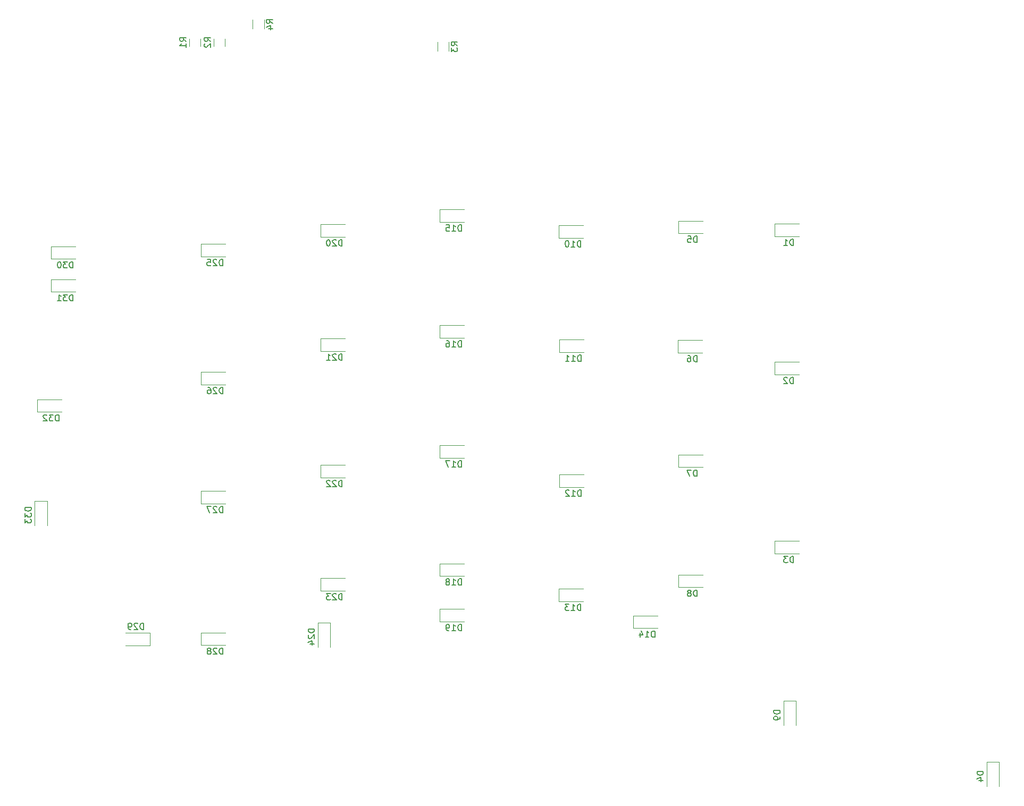
<source format=gbo>
G04 #@! TF.GenerationSoftware,KiCad,Pcbnew,5.1.9-73d0e3b20d~88~ubuntu20.04.1*
G04 #@! TF.CreationDate,2021-01-19T00:22:37+03:00*
G04 #@! TF.ProjectId,jeaex-left,6a656165-782d-46c6-9566-742e6b696361,rev?*
G04 #@! TF.SameCoordinates,Original*
G04 #@! TF.FileFunction,Legend,Bot*
G04 #@! TF.FilePolarity,Positive*
%FSLAX46Y46*%
G04 Gerber Fmt 4.6, Leading zero omitted, Abs format (unit mm)*
G04 Created by KiCad (PCBNEW 5.1.9-73d0e3b20d~88~ubuntu20.04.1) date 2021-01-19 00:22:37*
%MOMM*%
%LPD*%
G01*
G04 APERTURE LIST*
%ADD10C,0.120000*%
%ADD11C,0.150000*%
G04 APERTURE END LIST*
D10*
X178200000Y-79907064D02*
X178200000Y-78452936D01*
X180020000Y-79907064D02*
X180020000Y-78452936D01*
X148790000Y-76364564D02*
X148790000Y-74910436D01*
X150610000Y-76364564D02*
X150610000Y-74910436D01*
X231880000Y-109410000D02*
X231880000Y-107410000D01*
X231880000Y-107410000D02*
X235780000Y-107410000D01*
X231880000Y-109410000D02*
X235780000Y-109410000D01*
X231875000Y-131450000D02*
X231875000Y-129450000D01*
X231875000Y-129450000D02*
X235775000Y-129450000D01*
X231875000Y-131450000D02*
X235775000Y-131450000D01*
X231900000Y-159950000D02*
X235800000Y-159950000D01*
X231900000Y-157950000D02*
X235800000Y-157950000D01*
X231900000Y-159950000D02*
X231900000Y-157950000D01*
X265660000Y-193180000D02*
X265660000Y-197080000D01*
X267660000Y-193180000D02*
X267660000Y-197080000D01*
X265660000Y-193180000D02*
X267660000Y-193180000D01*
X216550000Y-108940000D02*
X220450000Y-108940000D01*
X216550000Y-106940000D02*
X220450000Y-106940000D01*
X216550000Y-108940000D02*
X216550000Y-106940000D01*
X216520000Y-127970000D02*
X220420000Y-127970000D01*
X216520000Y-125970000D02*
X220420000Y-125970000D01*
X216520000Y-127970000D02*
X216520000Y-125970000D01*
X216540000Y-146210000D02*
X220440000Y-146210000D01*
X216540000Y-144210000D02*
X220440000Y-144210000D01*
X216540000Y-146210000D02*
X216540000Y-144210000D01*
X216560000Y-165330000D02*
X216560000Y-163330000D01*
X216560000Y-163330000D02*
X220460000Y-163330000D01*
X216560000Y-165330000D02*
X220460000Y-165330000D01*
X233300000Y-183450000D02*
X235300000Y-183450000D01*
X235300000Y-183450000D02*
X235300000Y-187350000D01*
X233300000Y-183450000D02*
X233300000Y-187350000D01*
X197550000Y-109650000D02*
X197550000Y-107650000D01*
X197550000Y-107650000D02*
X201450000Y-107650000D01*
X197550000Y-109650000D02*
X201450000Y-109650000D01*
X197600000Y-127900000D02*
X201500000Y-127900000D01*
X197600000Y-125900000D02*
X201500000Y-125900000D01*
X197600000Y-127900000D02*
X197600000Y-125900000D01*
X197600000Y-149400000D02*
X197600000Y-147400000D01*
X197600000Y-147400000D02*
X201500000Y-147400000D01*
X197600000Y-149400000D02*
X201500000Y-149400000D01*
X197550000Y-167590000D02*
X197550000Y-165590000D01*
X197550000Y-165590000D02*
X201450000Y-165590000D01*
X197550000Y-167590000D02*
X201450000Y-167590000D01*
X209350000Y-171850000D02*
X209350000Y-169850000D01*
X209350000Y-169850000D02*
X213250000Y-169850000D01*
X209350000Y-171850000D02*
X213250000Y-171850000D01*
X178550000Y-107150000D02*
X182450000Y-107150000D01*
X178550000Y-105150000D02*
X182450000Y-105150000D01*
X178550000Y-107150000D02*
X178550000Y-105150000D01*
X178550000Y-125600000D02*
X182450000Y-125600000D01*
X178550000Y-123600000D02*
X182450000Y-123600000D01*
X178550000Y-125600000D02*
X178550000Y-123600000D01*
X178550000Y-144750000D02*
X178550000Y-142750000D01*
X178550000Y-142750000D02*
X182450000Y-142750000D01*
X178550000Y-144750000D02*
X182450000Y-144750000D01*
X178550000Y-163550000D02*
X182450000Y-163550000D01*
X178550000Y-161550000D02*
X182450000Y-161550000D01*
X178550000Y-163550000D02*
X178550000Y-161550000D01*
X178550000Y-170800000D02*
X178550000Y-168800000D01*
X178550000Y-168800000D02*
X182450000Y-168800000D01*
X178550000Y-170800000D02*
X182450000Y-170800000D01*
X159550000Y-109500000D02*
X163450000Y-109500000D01*
X159550000Y-107500000D02*
X163450000Y-107500000D01*
X159550000Y-109500000D02*
X159550000Y-107500000D01*
X159550000Y-127700000D02*
X159550000Y-125700000D01*
X159550000Y-125700000D02*
X163450000Y-125700000D01*
X159550000Y-127700000D02*
X163450000Y-127700000D01*
X159550000Y-147850000D02*
X163450000Y-147850000D01*
X159550000Y-145850000D02*
X163450000Y-145850000D01*
X159550000Y-147850000D02*
X159550000Y-145850000D01*
X159550000Y-165900000D02*
X159550000Y-163900000D01*
X159550000Y-163900000D02*
X163450000Y-163900000D01*
X159550000Y-165900000D02*
X163450000Y-165900000D01*
X159150000Y-170950000D02*
X159150000Y-174850000D01*
X161150000Y-170950000D02*
X161150000Y-174850000D01*
X159150000Y-170950000D02*
X161150000Y-170950000D01*
X140520000Y-112650000D02*
X140520000Y-110650000D01*
X140520000Y-110650000D02*
X144420000Y-110650000D01*
X140520000Y-112650000D02*
X144420000Y-112650000D01*
X140560000Y-133030000D02*
X144460000Y-133030000D01*
X140560000Y-131030000D02*
X144460000Y-131030000D01*
X140560000Y-133030000D02*
X140560000Y-131030000D01*
X140550000Y-152020000D02*
X140550000Y-150020000D01*
X140550000Y-150020000D02*
X144450000Y-150020000D01*
X140550000Y-152020000D02*
X144450000Y-152020000D01*
X140560000Y-174560000D02*
X144460000Y-174560000D01*
X140560000Y-172560000D02*
X144460000Y-172560000D01*
X140560000Y-174560000D02*
X140560000Y-172560000D01*
X132430000Y-172610000D02*
X132430000Y-174610000D01*
X132430000Y-174610000D02*
X128530000Y-174610000D01*
X132430000Y-172610000D02*
X128530000Y-172610000D01*
X116690000Y-113020000D02*
X120590000Y-113020000D01*
X116690000Y-111020000D02*
X120590000Y-111020000D01*
X116690000Y-113020000D02*
X116690000Y-111020000D01*
X116690000Y-118270000D02*
X116690000Y-116270000D01*
X116690000Y-116270000D02*
X120590000Y-116270000D01*
X116690000Y-118270000D02*
X120590000Y-118270000D01*
X114430000Y-137400000D02*
X118330000Y-137400000D01*
X114430000Y-135400000D02*
X118330000Y-135400000D01*
X114430000Y-137400000D02*
X114430000Y-135400000D01*
X114040000Y-151590000D02*
X116040000Y-151590000D01*
X116040000Y-151590000D02*
X116040000Y-155490000D01*
X114040000Y-151590000D02*
X114040000Y-155490000D01*
X140460000Y-77897936D02*
X140460000Y-79102064D01*
X138640000Y-77897936D02*
X138640000Y-79102064D01*
X142540000Y-77897936D02*
X142540000Y-79102064D01*
X144360000Y-77897936D02*
X144360000Y-79102064D01*
D11*
X181382380Y-79013333D02*
X180906190Y-78680000D01*
X181382380Y-78441904D02*
X180382380Y-78441904D01*
X180382380Y-78822857D01*
X180430000Y-78918095D01*
X180477619Y-78965714D01*
X180572857Y-79013333D01*
X180715714Y-79013333D01*
X180810952Y-78965714D01*
X180858571Y-78918095D01*
X180906190Y-78822857D01*
X180906190Y-78441904D01*
X180382380Y-79346666D02*
X180382380Y-79965714D01*
X180763333Y-79632380D01*
X180763333Y-79775238D01*
X180810952Y-79870476D01*
X180858571Y-79918095D01*
X180953809Y-79965714D01*
X181191904Y-79965714D01*
X181287142Y-79918095D01*
X181334761Y-79870476D01*
X181382380Y-79775238D01*
X181382380Y-79489523D01*
X181334761Y-79394285D01*
X181287142Y-79346666D01*
X151972380Y-75470833D02*
X151496190Y-75137500D01*
X151972380Y-74899404D02*
X150972380Y-74899404D01*
X150972380Y-75280357D01*
X151020000Y-75375595D01*
X151067619Y-75423214D01*
X151162857Y-75470833D01*
X151305714Y-75470833D01*
X151400952Y-75423214D01*
X151448571Y-75375595D01*
X151496190Y-75280357D01*
X151496190Y-74899404D01*
X151305714Y-76327976D02*
X151972380Y-76327976D01*
X150924761Y-76089880D02*
X151639047Y-75851785D01*
X151639047Y-76470833D01*
X234868095Y-110862380D02*
X234868095Y-109862380D01*
X234630000Y-109862380D01*
X234487142Y-109910000D01*
X234391904Y-110005238D01*
X234344285Y-110100476D01*
X234296666Y-110290952D01*
X234296666Y-110433809D01*
X234344285Y-110624285D01*
X234391904Y-110719523D01*
X234487142Y-110814761D01*
X234630000Y-110862380D01*
X234868095Y-110862380D01*
X233344285Y-110862380D02*
X233915714Y-110862380D01*
X233630000Y-110862380D02*
X233630000Y-109862380D01*
X233725238Y-110005238D01*
X233820476Y-110100476D01*
X233915714Y-110148095D01*
X234863095Y-132902380D02*
X234863095Y-131902380D01*
X234625000Y-131902380D01*
X234482142Y-131950000D01*
X234386904Y-132045238D01*
X234339285Y-132140476D01*
X234291666Y-132330952D01*
X234291666Y-132473809D01*
X234339285Y-132664285D01*
X234386904Y-132759523D01*
X234482142Y-132854761D01*
X234625000Y-132902380D01*
X234863095Y-132902380D01*
X233910714Y-131997619D02*
X233863095Y-131950000D01*
X233767857Y-131902380D01*
X233529761Y-131902380D01*
X233434523Y-131950000D01*
X233386904Y-131997619D01*
X233339285Y-132092857D01*
X233339285Y-132188095D01*
X233386904Y-132330952D01*
X233958333Y-132902380D01*
X233339285Y-132902380D01*
X234888095Y-161402380D02*
X234888095Y-160402380D01*
X234650000Y-160402380D01*
X234507142Y-160450000D01*
X234411904Y-160545238D01*
X234364285Y-160640476D01*
X234316666Y-160830952D01*
X234316666Y-160973809D01*
X234364285Y-161164285D01*
X234411904Y-161259523D01*
X234507142Y-161354761D01*
X234650000Y-161402380D01*
X234888095Y-161402380D01*
X233983333Y-160402380D02*
X233364285Y-160402380D01*
X233697619Y-160783333D01*
X233554761Y-160783333D01*
X233459523Y-160830952D01*
X233411904Y-160878571D01*
X233364285Y-160973809D01*
X233364285Y-161211904D01*
X233411904Y-161307142D01*
X233459523Y-161354761D01*
X233554761Y-161402380D01*
X233840476Y-161402380D01*
X233935714Y-161354761D01*
X233983333Y-161307142D01*
X265112380Y-194691904D02*
X264112380Y-194691904D01*
X264112380Y-194930000D01*
X264160000Y-195072857D01*
X264255238Y-195168095D01*
X264350476Y-195215714D01*
X264540952Y-195263333D01*
X264683809Y-195263333D01*
X264874285Y-195215714D01*
X264969523Y-195168095D01*
X265064761Y-195072857D01*
X265112380Y-194930000D01*
X265112380Y-194691904D01*
X264445714Y-196120476D02*
X265112380Y-196120476D01*
X264064761Y-195882380D02*
X264779047Y-195644285D01*
X264779047Y-196263333D01*
X219538095Y-110392380D02*
X219538095Y-109392380D01*
X219300000Y-109392380D01*
X219157142Y-109440000D01*
X219061904Y-109535238D01*
X219014285Y-109630476D01*
X218966666Y-109820952D01*
X218966666Y-109963809D01*
X219014285Y-110154285D01*
X219061904Y-110249523D01*
X219157142Y-110344761D01*
X219300000Y-110392380D01*
X219538095Y-110392380D01*
X218061904Y-109392380D02*
X218538095Y-109392380D01*
X218585714Y-109868571D01*
X218538095Y-109820952D01*
X218442857Y-109773333D01*
X218204761Y-109773333D01*
X218109523Y-109820952D01*
X218061904Y-109868571D01*
X218014285Y-109963809D01*
X218014285Y-110201904D01*
X218061904Y-110297142D01*
X218109523Y-110344761D01*
X218204761Y-110392380D01*
X218442857Y-110392380D01*
X218538095Y-110344761D01*
X218585714Y-110297142D01*
X219508095Y-129422380D02*
X219508095Y-128422380D01*
X219270000Y-128422380D01*
X219127142Y-128470000D01*
X219031904Y-128565238D01*
X218984285Y-128660476D01*
X218936666Y-128850952D01*
X218936666Y-128993809D01*
X218984285Y-129184285D01*
X219031904Y-129279523D01*
X219127142Y-129374761D01*
X219270000Y-129422380D01*
X219508095Y-129422380D01*
X218079523Y-128422380D02*
X218270000Y-128422380D01*
X218365238Y-128470000D01*
X218412857Y-128517619D01*
X218508095Y-128660476D01*
X218555714Y-128850952D01*
X218555714Y-129231904D01*
X218508095Y-129327142D01*
X218460476Y-129374761D01*
X218365238Y-129422380D01*
X218174761Y-129422380D01*
X218079523Y-129374761D01*
X218031904Y-129327142D01*
X217984285Y-129231904D01*
X217984285Y-128993809D01*
X218031904Y-128898571D01*
X218079523Y-128850952D01*
X218174761Y-128803333D01*
X218365238Y-128803333D01*
X218460476Y-128850952D01*
X218508095Y-128898571D01*
X218555714Y-128993809D01*
X219528095Y-147662380D02*
X219528095Y-146662380D01*
X219290000Y-146662380D01*
X219147142Y-146710000D01*
X219051904Y-146805238D01*
X219004285Y-146900476D01*
X218956666Y-147090952D01*
X218956666Y-147233809D01*
X219004285Y-147424285D01*
X219051904Y-147519523D01*
X219147142Y-147614761D01*
X219290000Y-147662380D01*
X219528095Y-147662380D01*
X218623333Y-146662380D02*
X217956666Y-146662380D01*
X218385238Y-147662380D01*
X219548095Y-166782380D02*
X219548095Y-165782380D01*
X219310000Y-165782380D01*
X219167142Y-165830000D01*
X219071904Y-165925238D01*
X219024285Y-166020476D01*
X218976666Y-166210952D01*
X218976666Y-166353809D01*
X219024285Y-166544285D01*
X219071904Y-166639523D01*
X219167142Y-166734761D01*
X219310000Y-166782380D01*
X219548095Y-166782380D01*
X218405238Y-166210952D02*
X218500476Y-166163333D01*
X218548095Y-166115714D01*
X218595714Y-166020476D01*
X218595714Y-165972857D01*
X218548095Y-165877619D01*
X218500476Y-165830000D01*
X218405238Y-165782380D01*
X218214761Y-165782380D01*
X218119523Y-165830000D01*
X218071904Y-165877619D01*
X218024285Y-165972857D01*
X218024285Y-166020476D01*
X218071904Y-166115714D01*
X218119523Y-166163333D01*
X218214761Y-166210952D01*
X218405238Y-166210952D01*
X218500476Y-166258571D01*
X218548095Y-166306190D01*
X218595714Y-166401428D01*
X218595714Y-166591904D01*
X218548095Y-166687142D01*
X218500476Y-166734761D01*
X218405238Y-166782380D01*
X218214761Y-166782380D01*
X218119523Y-166734761D01*
X218071904Y-166687142D01*
X218024285Y-166591904D01*
X218024285Y-166401428D01*
X218071904Y-166306190D01*
X218119523Y-166258571D01*
X218214761Y-166210952D01*
X232752380Y-184961904D02*
X231752380Y-184961904D01*
X231752380Y-185200000D01*
X231800000Y-185342857D01*
X231895238Y-185438095D01*
X231990476Y-185485714D01*
X232180952Y-185533333D01*
X232323809Y-185533333D01*
X232514285Y-185485714D01*
X232609523Y-185438095D01*
X232704761Y-185342857D01*
X232752380Y-185200000D01*
X232752380Y-184961904D01*
X232752380Y-186009523D02*
X232752380Y-186200000D01*
X232704761Y-186295238D01*
X232657142Y-186342857D01*
X232514285Y-186438095D01*
X232323809Y-186485714D01*
X231942857Y-186485714D01*
X231847619Y-186438095D01*
X231800000Y-186390476D01*
X231752380Y-186295238D01*
X231752380Y-186104761D01*
X231800000Y-186009523D01*
X231847619Y-185961904D01*
X231942857Y-185914285D01*
X232180952Y-185914285D01*
X232276190Y-185961904D01*
X232323809Y-186009523D01*
X232371428Y-186104761D01*
X232371428Y-186295238D01*
X232323809Y-186390476D01*
X232276190Y-186438095D01*
X232180952Y-186485714D01*
X201014285Y-111102380D02*
X201014285Y-110102380D01*
X200776190Y-110102380D01*
X200633333Y-110150000D01*
X200538095Y-110245238D01*
X200490476Y-110340476D01*
X200442857Y-110530952D01*
X200442857Y-110673809D01*
X200490476Y-110864285D01*
X200538095Y-110959523D01*
X200633333Y-111054761D01*
X200776190Y-111102380D01*
X201014285Y-111102380D01*
X199490476Y-111102380D02*
X200061904Y-111102380D01*
X199776190Y-111102380D02*
X199776190Y-110102380D01*
X199871428Y-110245238D01*
X199966666Y-110340476D01*
X200061904Y-110388095D01*
X198871428Y-110102380D02*
X198776190Y-110102380D01*
X198680952Y-110150000D01*
X198633333Y-110197619D01*
X198585714Y-110292857D01*
X198538095Y-110483333D01*
X198538095Y-110721428D01*
X198585714Y-110911904D01*
X198633333Y-111007142D01*
X198680952Y-111054761D01*
X198776190Y-111102380D01*
X198871428Y-111102380D01*
X198966666Y-111054761D01*
X199014285Y-111007142D01*
X199061904Y-110911904D01*
X199109523Y-110721428D01*
X199109523Y-110483333D01*
X199061904Y-110292857D01*
X199014285Y-110197619D01*
X198966666Y-110150000D01*
X198871428Y-110102380D01*
X201064285Y-129352380D02*
X201064285Y-128352380D01*
X200826190Y-128352380D01*
X200683333Y-128400000D01*
X200588095Y-128495238D01*
X200540476Y-128590476D01*
X200492857Y-128780952D01*
X200492857Y-128923809D01*
X200540476Y-129114285D01*
X200588095Y-129209523D01*
X200683333Y-129304761D01*
X200826190Y-129352380D01*
X201064285Y-129352380D01*
X199540476Y-129352380D02*
X200111904Y-129352380D01*
X199826190Y-129352380D02*
X199826190Y-128352380D01*
X199921428Y-128495238D01*
X200016666Y-128590476D01*
X200111904Y-128638095D01*
X198588095Y-129352380D02*
X199159523Y-129352380D01*
X198873809Y-129352380D02*
X198873809Y-128352380D01*
X198969047Y-128495238D01*
X199064285Y-128590476D01*
X199159523Y-128638095D01*
X201064285Y-150852380D02*
X201064285Y-149852380D01*
X200826190Y-149852380D01*
X200683333Y-149900000D01*
X200588095Y-149995238D01*
X200540476Y-150090476D01*
X200492857Y-150280952D01*
X200492857Y-150423809D01*
X200540476Y-150614285D01*
X200588095Y-150709523D01*
X200683333Y-150804761D01*
X200826190Y-150852380D01*
X201064285Y-150852380D01*
X199540476Y-150852380D02*
X200111904Y-150852380D01*
X199826190Y-150852380D02*
X199826190Y-149852380D01*
X199921428Y-149995238D01*
X200016666Y-150090476D01*
X200111904Y-150138095D01*
X199159523Y-149947619D02*
X199111904Y-149900000D01*
X199016666Y-149852380D01*
X198778571Y-149852380D01*
X198683333Y-149900000D01*
X198635714Y-149947619D01*
X198588095Y-150042857D01*
X198588095Y-150138095D01*
X198635714Y-150280952D01*
X199207142Y-150852380D01*
X198588095Y-150852380D01*
X201014285Y-169042380D02*
X201014285Y-168042380D01*
X200776190Y-168042380D01*
X200633333Y-168090000D01*
X200538095Y-168185238D01*
X200490476Y-168280476D01*
X200442857Y-168470952D01*
X200442857Y-168613809D01*
X200490476Y-168804285D01*
X200538095Y-168899523D01*
X200633333Y-168994761D01*
X200776190Y-169042380D01*
X201014285Y-169042380D01*
X199490476Y-169042380D02*
X200061904Y-169042380D01*
X199776190Y-169042380D02*
X199776190Y-168042380D01*
X199871428Y-168185238D01*
X199966666Y-168280476D01*
X200061904Y-168328095D01*
X199157142Y-168042380D02*
X198538095Y-168042380D01*
X198871428Y-168423333D01*
X198728571Y-168423333D01*
X198633333Y-168470952D01*
X198585714Y-168518571D01*
X198538095Y-168613809D01*
X198538095Y-168851904D01*
X198585714Y-168947142D01*
X198633333Y-168994761D01*
X198728571Y-169042380D01*
X199014285Y-169042380D01*
X199109523Y-168994761D01*
X199157142Y-168947142D01*
X212814285Y-173302380D02*
X212814285Y-172302380D01*
X212576190Y-172302380D01*
X212433333Y-172350000D01*
X212338095Y-172445238D01*
X212290476Y-172540476D01*
X212242857Y-172730952D01*
X212242857Y-172873809D01*
X212290476Y-173064285D01*
X212338095Y-173159523D01*
X212433333Y-173254761D01*
X212576190Y-173302380D01*
X212814285Y-173302380D01*
X211290476Y-173302380D02*
X211861904Y-173302380D01*
X211576190Y-173302380D02*
X211576190Y-172302380D01*
X211671428Y-172445238D01*
X211766666Y-172540476D01*
X211861904Y-172588095D01*
X210433333Y-172635714D02*
X210433333Y-173302380D01*
X210671428Y-172254761D02*
X210909523Y-172969047D01*
X210290476Y-172969047D01*
X182014285Y-108602380D02*
X182014285Y-107602380D01*
X181776190Y-107602380D01*
X181633333Y-107650000D01*
X181538095Y-107745238D01*
X181490476Y-107840476D01*
X181442857Y-108030952D01*
X181442857Y-108173809D01*
X181490476Y-108364285D01*
X181538095Y-108459523D01*
X181633333Y-108554761D01*
X181776190Y-108602380D01*
X182014285Y-108602380D01*
X180490476Y-108602380D02*
X181061904Y-108602380D01*
X180776190Y-108602380D02*
X180776190Y-107602380D01*
X180871428Y-107745238D01*
X180966666Y-107840476D01*
X181061904Y-107888095D01*
X179585714Y-107602380D02*
X180061904Y-107602380D01*
X180109523Y-108078571D01*
X180061904Y-108030952D01*
X179966666Y-107983333D01*
X179728571Y-107983333D01*
X179633333Y-108030952D01*
X179585714Y-108078571D01*
X179538095Y-108173809D01*
X179538095Y-108411904D01*
X179585714Y-108507142D01*
X179633333Y-108554761D01*
X179728571Y-108602380D01*
X179966666Y-108602380D01*
X180061904Y-108554761D01*
X180109523Y-108507142D01*
X182014285Y-127052380D02*
X182014285Y-126052380D01*
X181776190Y-126052380D01*
X181633333Y-126100000D01*
X181538095Y-126195238D01*
X181490476Y-126290476D01*
X181442857Y-126480952D01*
X181442857Y-126623809D01*
X181490476Y-126814285D01*
X181538095Y-126909523D01*
X181633333Y-127004761D01*
X181776190Y-127052380D01*
X182014285Y-127052380D01*
X180490476Y-127052380D02*
X181061904Y-127052380D01*
X180776190Y-127052380D02*
X180776190Y-126052380D01*
X180871428Y-126195238D01*
X180966666Y-126290476D01*
X181061904Y-126338095D01*
X179633333Y-126052380D02*
X179823809Y-126052380D01*
X179919047Y-126100000D01*
X179966666Y-126147619D01*
X180061904Y-126290476D01*
X180109523Y-126480952D01*
X180109523Y-126861904D01*
X180061904Y-126957142D01*
X180014285Y-127004761D01*
X179919047Y-127052380D01*
X179728571Y-127052380D01*
X179633333Y-127004761D01*
X179585714Y-126957142D01*
X179538095Y-126861904D01*
X179538095Y-126623809D01*
X179585714Y-126528571D01*
X179633333Y-126480952D01*
X179728571Y-126433333D01*
X179919047Y-126433333D01*
X180014285Y-126480952D01*
X180061904Y-126528571D01*
X180109523Y-126623809D01*
X182014285Y-146202380D02*
X182014285Y-145202380D01*
X181776190Y-145202380D01*
X181633333Y-145250000D01*
X181538095Y-145345238D01*
X181490476Y-145440476D01*
X181442857Y-145630952D01*
X181442857Y-145773809D01*
X181490476Y-145964285D01*
X181538095Y-146059523D01*
X181633333Y-146154761D01*
X181776190Y-146202380D01*
X182014285Y-146202380D01*
X180490476Y-146202380D02*
X181061904Y-146202380D01*
X180776190Y-146202380D02*
X180776190Y-145202380D01*
X180871428Y-145345238D01*
X180966666Y-145440476D01*
X181061904Y-145488095D01*
X180157142Y-145202380D02*
X179490476Y-145202380D01*
X179919047Y-146202380D01*
X182014285Y-165002380D02*
X182014285Y-164002380D01*
X181776190Y-164002380D01*
X181633333Y-164050000D01*
X181538095Y-164145238D01*
X181490476Y-164240476D01*
X181442857Y-164430952D01*
X181442857Y-164573809D01*
X181490476Y-164764285D01*
X181538095Y-164859523D01*
X181633333Y-164954761D01*
X181776190Y-165002380D01*
X182014285Y-165002380D01*
X180490476Y-165002380D02*
X181061904Y-165002380D01*
X180776190Y-165002380D02*
X180776190Y-164002380D01*
X180871428Y-164145238D01*
X180966666Y-164240476D01*
X181061904Y-164288095D01*
X179919047Y-164430952D02*
X180014285Y-164383333D01*
X180061904Y-164335714D01*
X180109523Y-164240476D01*
X180109523Y-164192857D01*
X180061904Y-164097619D01*
X180014285Y-164050000D01*
X179919047Y-164002380D01*
X179728571Y-164002380D01*
X179633333Y-164050000D01*
X179585714Y-164097619D01*
X179538095Y-164192857D01*
X179538095Y-164240476D01*
X179585714Y-164335714D01*
X179633333Y-164383333D01*
X179728571Y-164430952D01*
X179919047Y-164430952D01*
X180014285Y-164478571D01*
X180061904Y-164526190D01*
X180109523Y-164621428D01*
X180109523Y-164811904D01*
X180061904Y-164907142D01*
X180014285Y-164954761D01*
X179919047Y-165002380D01*
X179728571Y-165002380D01*
X179633333Y-164954761D01*
X179585714Y-164907142D01*
X179538095Y-164811904D01*
X179538095Y-164621428D01*
X179585714Y-164526190D01*
X179633333Y-164478571D01*
X179728571Y-164430952D01*
X182014285Y-172252380D02*
X182014285Y-171252380D01*
X181776190Y-171252380D01*
X181633333Y-171300000D01*
X181538095Y-171395238D01*
X181490476Y-171490476D01*
X181442857Y-171680952D01*
X181442857Y-171823809D01*
X181490476Y-172014285D01*
X181538095Y-172109523D01*
X181633333Y-172204761D01*
X181776190Y-172252380D01*
X182014285Y-172252380D01*
X180490476Y-172252380D02*
X181061904Y-172252380D01*
X180776190Y-172252380D02*
X180776190Y-171252380D01*
X180871428Y-171395238D01*
X180966666Y-171490476D01*
X181061904Y-171538095D01*
X180014285Y-172252380D02*
X179823809Y-172252380D01*
X179728571Y-172204761D01*
X179680952Y-172157142D01*
X179585714Y-172014285D01*
X179538095Y-171823809D01*
X179538095Y-171442857D01*
X179585714Y-171347619D01*
X179633333Y-171300000D01*
X179728571Y-171252380D01*
X179919047Y-171252380D01*
X180014285Y-171300000D01*
X180061904Y-171347619D01*
X180109523Y-171442857D01*
X180109523Y-171680952D01*
X180061904Y-171776190D01*
X180014285Y-171823809D01*
X179919047Y-171871428D01*
X179728571Y-171871428D01*
X179633333Y-171823809D01*
X179585714Y-171776190D01*
X179538095Y-171680952D01*
X163014285Y-110952380D02*
X163014285Y-109952380D01*
X162776190Y-109952380D01*
X162633333Y-110000000D01*
X162538095Y-110095238D01*
X162490476Y-110190476D01*
X162442857Y-110380952D01*
X162442857Y-110523809D01*
X162490476Y-110714285D01*
X162538095Y-110809523D01*
X162633333Y-110904761D01*
X162776190Y-110952380D01*
X163014285Y-110952380D01*
X162061904Y-110047619D02*
X162014285Y-110000000D01*
X161919047Y-109952380D01*
X161680952Y-109952380D01*
X161585714Y-110000000D01*
X161538095Y-110047619D01*
X161490476Y-110142857D01*
X161490476Y-110238095D01*
X161538095Y-110380952D01*
X162109523Y-110952380D01*
X161490476Y-110952380D01*
X160871428Y-109952380D02*
X160776190Y-109952380D01*
X160680952Y-110000000D01*
X160633333Y-110047619D01*
X160585714Y-110142857D01*
X160538095Y-110333333D01*
X160538095Y-110571428D01*
X160585714Y-110761904D01*
X160633333Y-110857142D01*
X160680952Y-110904761D01*
X160776190Y-110952380D01*
X160871428Y-110952380D01*
X160966666Y-110904761D01*
X161014285Y-110857142D01*
X161061904Y-110761904D01*
X161109523Y-110571428D01*
X161109523Y-110333333D01*
X161061904Y-110142857D01*
X161014285Y-110047619D01*
X160966666Y-110000000D01*
X160871428Y-109952380D01*
X163014285Y-129152380D02*
X163014285Y-128152380D01*
X162776190Y-128152380D01*
X162633333Y-128200000D01*
X162538095Y-128295238D01*
X162490476Y-128390476D01*
X162442857Y-128580952D01*
X162442857Y-128723809D01*
X162490476Y-128914285D01*
X162538095Y-129009523D01*
X162633333Y-129104761D01*
X162776190Y-129152380D01*
X163014285Y-129152380D01*
X162061904Y-128247619D02*
X162014285Y-128200000D01*
X161919047Y-128152380D01*
X161680952Y-128152380D01*
X161585714Y-128200000D01*
X161538095Y-128247619D01*
X161490476Y-128342857D01*
X161490476Y-128438095D01*
X161538095Y-128580952D01*
X162109523Y-129152380D01*
X161490476Y-129152380D01*
X160538095Y-129152380D02*
X161109523Y-129152380D01*
X160823809Y-129152380D02*
X160823809Y-128152380D01*
X160919047Y-128295238D01*
X161014285Y-128390476D01*
X161109523Y-128438095D01*
X163014285Y-149302380D02*
X163014285Y-148302380D01*
X162776190Y-148302380D01*
X162633333Y-148350000D01*
X162538095Y-148445238D01*
X162490476Y-148540476D01*
X162442857Y-148730952D01*
X162442857Y-148873809D01*
X162490476Y-149064285D01*
X162538095Y-149159523D01*
X162633333Y-149254761D01*
X162776190Y-149302380D01*
X163014285Y-149302380D01*
X162061904Y-148397619D02*
X162014285Y-148350000D01*
X161919047Y-148302380D01*
X161680952Y-148302380D01*
X161585714Y-148350000D01*
X161538095Y-148397619D01*
X161490476Y-148492857D01*
X161490476Y-148588095D01*
X161538095Y-148730952D01*
X162109523Y-149302380D01*
X161490476Y-149302380D01*
X161109523Y-148397619D02*
X161061904Y-148350000D01*
X160966666Y-148302380D01*
X160728571Y-148302380D01*
X160633333Y-148350000D01*
X160585714Y-148397619D01*
X160538095Y-148492857D01*
X160538095Y-148588095D01*
X160585714Y-148730952D01*
X161157142Y-149302380D01*
X160538095Y-149302380D01*
X163014285Y-167352380D02*
X163014285Y-166352380D01*
X162776190Y-166352380D01*
X162633333Y-166400000D01*
X162538095Y-166495238D01*
X162490476Y-166590476D01*
X162442857Y-166780952D01*
X162442857Y-166923809D01*
X162490476Y-167114285D01*
X162538095Y-167209523D01*
X162633333Y-167304761D01*
X162776190Y-167352380D01*
X163014285Y-167352380D01*
X162061904Y-166447619D02*
X162014285Y-166400000D01*
X161919047Y-166352380D01*
X161680952Y-166352380D01*
X161585714Y-166400000D01*
X161538095Y-166447619D01*
X161490476Y-166542857D01*
X161490476Y-166638095D01*
X161538095Y-166780952D01*
X162109523Y-167352380D01*
X161490476Y-167352380D01*
X161157142Y-166352380D02*
X160538095Y-166352380D01*
X160871428Y-166733333D01*
X160728571Y-166733333D01*
X160633333Y-166780952D01*
X160585714Y-166828571D01*
X160538095Y-166923809D01*
X160538095Y-167161904D01*
X160585714Y-167257142D01*
X160633333Y-167304761D01*
X160728571Y-167352380D01*
X161014285Y-167352380D01*
X161109523Y-167304761D01*
X161157142Y-167257142D01*
X158602380Y-171985714D02*
X157602380Y-171985714D01*
X157602380Y-172223809D01*
X157650000Y-172366666D01*
X157745238Y-172461904D01*
X157840476Y-172509523D01*
X158030952Y-172557142D01*
X158173809Y-172557142D01*
X158364285Y-172509523D01*
X158459523Y-172461904D01*
X158554761Y-172366666D01*
X158602380Y-172223809D01*
X158602380Y-171985714D01*
X157697619Y-172938095D02*
X157650000Y-172985714D01*
X157602380Y-173080952D01*
X157602380Y-173319047D01*
X157650000Y-173414285D01*
X157697619Y-173461904D01*
X157792857Y-173509523D01*
X157888095Y-173509523D01*
X158030952Y-173461904D01*
X158602380Y-172890476D01*
X158602380Y-173509523D01*
X157935714Y-174366666D02*
X158602380Y-174366666D01*
X157554761Y-174128571D02*
X158269047Y-173890476D01*
X158269047Y-174509523D01*
X143984285Y-114102380D02*
X143984285Y-113102380D01*
X143746190Y-113102380D01*
X143603333Y-113150000D01*
X143508095Y-113245238D01*
X143460476Y-113340476D01*
X143412857Y-113530952D01*
X143412857Y-113673809D01*
X143460476Y-113864285D01*
X143508095Y-113959523D01*
X143603333Y-114054761D01*
X143746190Y-114102380D01*
X143984285Y-114102380D01*
X143031904Y-113197619D02*
X142984285Y-113150000D01*
X142889047Y-113102380D01*
X142650952Y-113102380D01*
X142555714Y-113150000D01*
X142508095Y-113197619D01*
X142460476Y-113292857D01*
X142460476Y-113388095D01*
X142508095Y-113530952D01*
X143079523Y-114102380D01*
X142460476Y-114102380D01*
X141555714Y-113102380D02*
X142031904Y-113102380D01*
X142079523Y-113578571D01*
X142031904Y-113530952D01*
X141936666Y-113483333D01*
X141698571Y-113483333D01*
X141603333Y-113530952D01*
X141555714Y-113578571D01*
X141508095Y-113673809D01*
X141508095Y-113911904D01*
X141555714Y-114007142D01*
X141603333Y-114054761D01*
X141698571Y-114102380D01*
X141936666Y-114102380D01*
X142031904Y-114054761D01*
X142079523Y-114007142D01*
X144024285Y-134482380D02*
X144024285Y-133482380D01*
X143786190Y-133482380D01*
X143643333Y-133530000D01*
X143548095Y-133625238D01*
X143500476Y-133720476D01*
X143452857Y-133910952D01*
X143452857Y-134053809D01*
X143500476Y-134244285D01*
X143548095Y-134339523D01*
X143643333Y-134434761D01*
X143786190Y-134482380D01*
X144024285Y-134482380D01*
X143071904Y-133577619D02*
X143024285Y-133530000D01*
X142929047Y-133482380D01*
X142690952Y-133482380D01*
X142595714Y-133530000D01*
X142548095Y-133577619D01*
X142500476Y-133672857D01*
X142500476Y-133768095D01*
X142548095Y-133910952D01*
X143119523Y-134482380D01*
X142500476Y-134482380D01*
X141643333Y-133482380D02*
X141833809Y-133482380D01*
X141929047Y-133530000D01*
X141976666Y-133577619D01*
X142071904Y-133720476D01*
X142119523Y-133910952D01*
X142119523Y-134291904D01*
X142071904Y-134387142D01*
X142024285Y-134434761D01*
X141929047Y-134482380D01*
X141738571Y-134482380D01*
X141643333Y-134434761D01*
X141595714Y-134387142D01*
X141548095Y-134291904D01*
X141548095Y-134053809D01*
X141595714Y-133958571D01*
X141643333Y-133910952D01*
X141738571Y-133863333D01*
X141929047Y-133863333D01*
X142024285Y-133910952D01*
X142071904Y-133958571D01*
X142119523Y-134053809D01*
X144014285Y-153472380D02*
X144014285Y-152472380D01*
X143776190Y-152472380D01*
X143633333Y-152520000D01*
X143538095Y-152615238D01*
X143490476Y-152710476D01*
X143442857Y-152900952D01*
X143442857Y-153043809D01*
X143490476Y-153234285D01*
X143538095Y-153329523D01*
X143633333Y-153424761D01*
X143776190Y-153472380D01*
X144014285Y-153472380D01*
X143061904Y-152567619D02*
X143014285Y-152520000D01*
X142919047Y-152472380D01*
X142680952Y-152472380D01*
X142585714Y-152520000D01*
X142538095Y-152567619D01*
X142490476Y-152662857D01*
X142490476Y-152758095D01*
X142538095Y-152900952D01*
X143109523Y-153472380D01*
X142490476Y-153472380D01*
X142157142Y-152472380D02*
X141490476Y-152472380D01*
X141919047Y-153472380D01*
X144024285Y-176012380D02*
X144024285Y-175012380D01*
X143786190Y-175012380D01*
X143643333Y-175060000D01*
X143548095Y-175155238D01*
X143500476Y-175250476D01*
X143452857Y-175440952D01*
X143452857Y-175583809D01*
X143500476Y-175774285D01*
X143548095Y-175869523D01*
X143643333Y-175964761D01*
X143786190Y-176012380D01*
X144024285Y-176012380D01*
X143071904Y-175107619D02*
X143024285Y-175060000D01*
X142929047Y-175012380D01*
X142690952Y-175012380D01*
X142595714Y-175060000D01*
X142548095Y-175107619D01*
X142500476Y-175202857D01*
X142500476Y-175298095D01*
X142548095Y-175440952D01*
X143119523Y-176012380D01*
X142500476Y-176012380D01*
X141929047Y-175440952D02*
X142024285Y-175393333D01*
X142071904Y-175345714D01*
X142119523Y-175250476D01*
X142119523Y-175202857D01*
X142071904Y-175107619D01*
X142024285Y-175060000D01*
X141929047Y-175012380D01*
X141738571Y-175012380D01*
X141643333Y-175060000D01*
X141595714Y-175107619D01*
X141548095Y-175202857D01*
X141548095Y-175250476D01*
X141595714Y-175345714D01*
X141643333Y-175393333D01*
X141738571Y-175440952D01*
X141929047Y-175440952D01*
X142024285Y-175488571D01*
X142071904Y-175536190D01*
X142119523Y-175631428D01*
X142119523Y-175821904D01*
X142071904Y-175917142D01*
X142024285Y-175964761D01*
X141929047Y-176012380D01*
X141738571Y-176012380D01*
X141643333Y-175964761D01*
X141595714Y-175917142D01*
X141548095Y-175821904D01*
X141548095Y-175631428D01*
X141595714Y-175536190D01*
X141643333Y-175488571D01*
X141738571Y-175440952D01*
X131394285Y-172062380D02*
X131394285Y-171062380D01*
X131156190Y-171062380D01*
X131013333Y-171110000D01*
X130918095Y-171205238D01*
X130870476Y-171300476D01*
X130822857Y-171490952D01*
X130822857Y-171633809D01*
X130870476Y-171824285D01*
X130918095Y-171919523D01*
X131013333Y-172014761D01*
X131156190Y-172062380D01*
X131394285Y-172062380D01*
X130441904Y-171157619D02*
X130394285Y-171110000D01*
X130299047Y-171062380D01*
X130060952Y-171062380D01*
X129965714Y-171110000D01*
X129918095Y-171157619D01*
X129870476Y-171252857D01*
X129870476Y-171348095D01*
X129918095Y-171490952D01*
X130489523Y-172062380D01*
X129870476Y-172062380D01*
X129394285Y-172062380D02*
X129203809Y-172062380D01*
X129108571Y-172014761D01*
X129060952Y-171967142D01*
X128965714Y-171824285D01*
X128918095Y-171633809D01*
X128918095Y-171252857D01*
X128965714Y-171157619D01*
X129013333Y-171110000D01*
X129108571Y-171062380D01*
X129299047Y-171062380D01*
X129394285Y-171110000D01*
X129441904Y-171157619D01*
X129489523Y-171252857D01*
X129489523Y-171490952D01*
X129441904Y-171586190D01*
X129394285Y-171633809D01*
X129299047Y-171681428D01*
X129108571Y-171681428D01*
X129013333Y-171633809D01*
X128965714Y-171586190D01*
X128918095Y-171490952D01*
X120154285Y-114472380D02*
X120154285Y-113472380D01*
X119916190Y-113472380D01*
X119773333Y-113520000D01*
X119678095Y-113615238D01*
X119630476Y-113710476D01*
X119582857Y-113900952D01*
X119582857Y-114043809D01*
X119630476Y-114234285D01*
X119678095Y-114329523D01*
X119773333Y-114424761D01*
X119916190Y-114472380D01*
X120154285Y-114472380D01*
X119249523Y-113472380D02*
X118630476Y-113472380D01*
X118963809Y-113853333D01*
X118820952Y-113853333D01*
X118725714Y-113900952D01*
X118678095Y-113948571D01*
X118630476Y-114043809D01*
X118630476Y-114281904D01*
X118678095Y-114377142D01*
X118725714Y-114424761D01*
X118820952Y-114472380D01*
X119106666Y-114472380D01*
X119201904Y-114424761D01*
X119249523Y-114377142D01*
X118011428Y-113472380D02*
X117916190Y-113472380D01*
X117820952Y-113520000D01*
X117773333Y-113567619D01*
X117725714Y-113662857D01*
X117678095Y-113853333D01*
X117678095Y-114091428D01*
X117725714Y-114281904D01*
X117773333Y-114377142D01*
X117820952Y-114424761D01*
X117916190Y-114472380D01*
X118011428Y-114472380D01*
X118106666Y-114424761D01*
X118154285Y-114377142D01*
X118201904Y-114281904D01*
X118249523Y-114091428D01*
X118249523Y-113853333D01*
X118201904Y-113662857D01*
X118154285Y-113567619D01*
X118106666Y-113520000D01*
X118011428Y-113472380D01*
X120154285Y-119722380D02*
X120154285Y-118722380D01*
X119916190Y-118722380D01*
X119773333Y-118770000D01*
X119678095Y-118865238D01*
X119630476Y-118960476D01*
X119582857Y-119150952D01*
X119582857Y-119293809D01*
X119630476Y-119484285D01*
X119678095Y-119579523D01*
X119773333Y-119674761D01*
X119916190Y-119722380D01*
X120154285Y-119722380D01*
X119249523Y-118722380D02*
X118630476Y-118722380D01*
X118963809Y-119103333D01*
X118820952Y-119103333D01*
X118725714Y-119150952D01*
X118678095Y-119198571D01*
X118630476Y-119293809D01*
X118630476Y-119531904D01*
X118678095Y-119627142D01*
X118725714Y-119674761D01*
X118820952Y-119722380D01*
X119106666Y-119722380D01*
X119201904Y-119674761D01*
X119249523Y-119627142D01*
X117678095Y-119722380D02*
X118249523Y-119722380D01*
X117963809Y-119722380D02*
X117963809Y-118722380D01*
X118059047Y-118865238D01*
X118154285Y-118960476D01*
X118249523Y-119008095D01*
X117894285Y-138852380D02*
X117894285Y-137852380D01*
X117656190Y-137852380D01*
X117513333Y-137900000D01*
X117418095Y-137995238D01*
X117370476Y-138090476D01*
X117322857Y-138280952D01*
X117322857Y-138423809D01*
X117370476Y-138614285D01*
X117418095Y-138709523D01*
X117513333Y-138804761D01*
X117656190Y-138852380D01*
X117894285Y-138852380D01*
X116989523Y-137852380D02*
X116370476Y-137852380D01*
X116703809Y-138233333D01*
X116560952Y-138233333D01*
X116465714Y-138280952D01*
X116418095Y-138328571D01*
X116370476Y-138423809D01*
X116370476Y-138661904D01*
X116418095Y-138757142D01*
X116465714Y-138804761D01*
X116560952Y-138852380D01*
X116846666Y-138852380D01*
X116941904Y-138804761D01*
X116989523Y-138757142D01*
X115989523Y-137947619D02*
X115941904Y-137900000D01*
X115846666Y-137852380D01*
X115608571Y-137852380D01*
X115513333Y-137900000D01*
X115465714Y-137947619D01*
X115418095Y-138042857D01*
X115418095Y-138138095D01*
X115465714Y-138280952D01*
X116037142Y-138852380D01*
X115418095Y-138852380D01*
X113492380Y-152625714D02*
X112492380Y-152625714D01*
X112492380Y-152863809D01*
X112540000Y-153006666D01*
X112635238Y-153101904D01*
X112730476Y-153149523D01*
X112920952Y-153197142D01*
X113063809Y-153197142D01*
X113254285Y-153149523D01*
X113349523Y-153101904D01*
X113444761Y-153006666D01*
X113492380Y-152863809D01*
X113492380Y-152625714D01*
X112492380Y-153530476D02*
X112492380Y-154149523D01*
X112873333Y-153816190D01*
X112873333Y-153959047D01*
X112920952Y-154054285D01*
X112968571Y-154101904D01*
X113063809Y-154149523D01*
X113301904Y-154149523D01*
X113397142Y-154101904D01*
X113444761Y-154054285D01*
X113492380Y-153959047D01*
X113492380Y-153673333D01*
X113444761Y-153578095D01*
X113397142Y-153530476D01*
X112492380Y-154482857D02*
X112492380Y-155101904D01*
X112873333Y-154768571D01*
X112873333Y-154911428D01*
X112920952Y-155006666D01*
X112968571Y-155054285D01*
X113063809Y-155101904D01*
X113301904Y-155101904D01*
X113397142Y-155054285D01*
X113444761Y-155006666D01*
X113492380Y-154911428D01*
X113492380Y-154625714D01*
X113444761Y-154530476D01*
X113397142Y-154482857D01*
X138182380Y-78333333D02*
X137706190Y-78000000D01*
X138182380Y-77761904D02*
X137182380Y-77761904D01*
X137182380Y-78142857D01*
X137230000Y-78238095D01*
X137277619Y-78285714D01*
X137372857Y-78333333D01*
X137515714Y-78333333D01*
X137610952Y-78285714D01*
X137658571Y-78238095D01*
X137706190Y-78142857D01*
X137706190Y-77761904D01*
X138182380Y-79285714D02*
X138182380Y-78714285D01*
X138182380Y-79000000D02*
X137182380Y-79000000D01*
X137325238Y-78904761D01*
X137420476Y-78809523D01*
X137468095Y-78714285D01*
X142082380Y-78333333D02*
X141606190Y-78000000D01*
X142082380Y-77761904D02*
X141082380Y-77761904D01*
X141082380Y-78142857D01*
X141130000Y-78238095D01*
X141177619Y-78285714D01*
X141272857Y-78333333D01*
X141415714Y-78333333D01*
X141510952Y-78285714D01*
X141558571Y-78238095D01*
X141606190Y-78142857D01*
X141606190Y-77761904D01*
X141177619Y-78714285D02*
X141130000Y-78761904D01*
X141082380Y-78857142D01*
X141082380Y-79095238D01*
X141130000Y-79190476D01*
X141177619Y-79238095D01*
X141272857Y-79285714D01*
X141368095Y-79285714D01*
X141510952Y-79238095D01*
X142082380Y-78666666D01*
X142082380Y-79285714D01*
M02*

</source>
